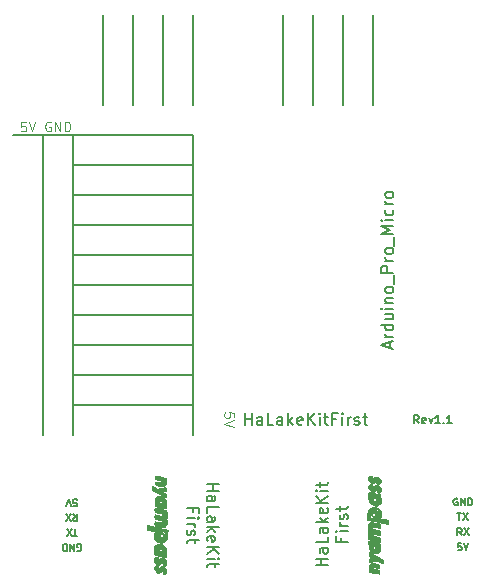
<source format=gto>
G04 #@! TF.GenerationSoftware,KiCad,Pcbnew,no-vcs-found-7452~57~ubuntu16.10.1*
G04 #@! TF.CreationDate,2017-01-19T15:17:35+09:00*
G04 #@! TF.ProjectId,halakekit_first_break,68616C616B656B69745F66697273745F,rev?*
G04 #@! TF.FileFunction,Legend,Top*
G04 #@! TF.FilePolarity,Positive*
%FSLAX46Y46*%
G04 Gerber Fmt 4.6, Leading zero omitted, Abs format (unit mm)*
G04 Created by KiCad (PCBNEW no-vcs-found-7452~57~ubuntu16.10.1) date Thu Jan 19 15:17:35 2017*
%MOMM*%
%LPD*%
G01*
G04 APERTURE LIST*
%ADD10C,0.100000*%
%ADD11C,0.200000*%
%ADD12C,0.150000*%
%ADD13C,0.175000*%
%ADD14C,0.010000*%
%ADD15C,1.924000*%
%ADD16O,2.432000X2.127200*%
%ADD17O,2.127200X2.432000*%
%ADD18O,2.400000X2.100000*%
%ADD19O,2.400000X1.400000*%
%ADD20C,2.100000*%
G04 APERTURE END LIST*
D10*
D11*
X149843380Y-149502380D02*
X148843380Y-149502380D01*
X149319571Y-149502380D02*
X149319571Y-148930952D01*
X149843380Y-148930952D02*
X148843380Y-148930952D01*
X149843380Y-148026190D02*
X149319571Y-148026190D01*
X149224333Y-148073809D01*
X149176714Y-148169047D01*
X149176714Y-148359523D01*
X149224333Y-148454761D01*
X149795761Y-148026190D02*
X149843380Y-148121428D01*
X149843380Y-148359523D01*
X149795761Y-148454761D01*
X149700523Y-148502380D01*
X149605285Y-148502380D01*
X149510047Y-148454761D01*
X149462428Y-148359523D01*
X149462428Y-148121428D01*
X149414809Y-148026190D01*
X149843380Y-147073809D02*
X149843380Y-147550000D01*
X148843380Y-147550000D01*
X149843380Y-146311904D02*
X149319571Y-146311904D01*
X149224333Y-146359523D01*
X149176714Y-146454761D01*
X149176714Y-146645238D01*
X149224333Y-146740476D01*
X149795761Y-146311904D02*
X149843380Y-146407142D01*
X149843380Y-146645238D01*
X149795761Y-146740476D01*
X149700523Y-146788095D01*
X149605285Y-146788095D01*
X149510047Y-146740476D01*
X149462428Y-146645238D01*
X149462428Y-146407142D01*
X149414809Y-146311904D01*
X149843380Y-145835714D02*
X148843380Y-145835714D01*
X149462428Y-145740476D02*
X149843380Y-145454761D01*
X149176714Y-145454761D02*
X149557666Y-145835714D01*
X149795761Y-144645238D02*
X149843380Y-144740476D01*
X149843380Y-144930952D01*
X149795761Y-145026190D01*
X149700523Y-145073809D01*
X149319571Y-145073809D01*
X149224333Y-145026190D01*
X149176714Y-144930952D01*
X149176714Y-144740476D01*
X149224333Y-144645238D01*
X149319571Y-144597619D01*
X149414809Y-144597619D01*
X149510047Y-145073809D01*
X149843380Y-144169047D02*
X148843380Y-144169047D01*
X149843380Y-143597619D02*
X149271952Y-144026190D01*
X148843380Y-143597619D02*
X149414809Y-144169047D01*
X149843380Y-143169047D02*
X149176714Y-143169047D01*
X148843380Y-143169047D02*
X148891000Y-143216666D01*
X148938619Y-143169047D01*
X148891000Y-143121428D01*
X148843380Y-143169047D01*
X148938619Y-143169047D01*
X149176714Y-142835714D02*
X149176714Y-142454761D01*
X148843380Y-142692857D02*
X149700523Y-142692857D01*
X149795761Y-142645238D01*
X149843380Y-142550000D01*
X149843380Y-142454761D01*
X151019571Y-147145238D02*
X151019571Y-147478571D01*
X151543380Y-147478571D02*
X150543380Y-147478571D01*
X150543380Y-147002380D01*
X151543380Y-146621428D02*
X150876714Y-146621428D01*
X150543380Y-146621428D02*
X150591000Y-146669047D01*
X150638619Y-146621428D01*
X150591000Y-146573809D01*
X150543380Y-146621428D01*
X150638619Y-146621428D01*
X151543380Y-146145238D02*
X150876714Y-146145238D01*
X151067190Y-146145238D02*
X150971952Y-146097619D01*
X150924333Y-146050000D01*
X150876714Y-145954761D01*
X150876714Y-145859523D01*
X151495761Y-145573809D02*
X151543380Y-145478571D01*
X151543380Y-145288095D01*
X151495761Y-145192857D01*
X151400523Y-145145238D01*
X151352904Y-145145238D01*
X151257666Y-145192857D01*
X151210047Y-145288095D01*
X151210047Y-145430952D01*
X151162428Y-145526190D01*
X151067190Y-145573809D01*
X151019571Y-145573809D01*
X150924333Y-145526190D01*
X150876714Y-145430952D01*
X150876714Y-145288095D01*
X150924333Y-145192857D01*
X150876714Y-144859523D02*
X150876714Y-144478571D01*
X150543380Y-144716666D02*
X151400523Y-144716666D01*
X151495761Y-144669047D01*
X151543380Y-144573809D01*
X151543380Y-144478571D01*
D12*
X161175714Y-147626428D02*
X160890000Y-147626428D01*
X160861428Y-147912142D01*
X160890000Y-147883571D01*
X160947142Y-147855000D01*
X161090000Y-147855000D01*
X161147142Y-147883571D01*
X161175714Y-147912142D01*
X161204285Y-147969285D01*
X161204285Y-148112142D01*
X161175714Y-148169285D01*
X161147142Y-148197857D01*
X161090000Y-148226428D01*
X160947142Y-148226428D01*
X160890000Y-148197857D01*
X160861428Y-148169285D01*
X161375714Y-147626428D02*
X161575714Y-148226428D01*
X161775714Y-147626428D01*
X160832857Y-143845000D02*
X160775714Y-143816428D01*
X160690000Y-143816428D01*
X160604285Y-143845000D01*
X160547142Y-143902142D01*
X160518571Y-143959285D01*
X160490000Y-144073571D01*
X160490000Y-144159285D01*
X160518571Y-144273571D01*
X160547142Y-144330714D01*
X160604285Y-144387857D01*
X160690000Y-144416428D01*
X160747142Y-144416428D01*
X160832857Y-144387857D01*
X160861428Y-144359285D01*
X160861428Y-144159285D01*
X160747142Y-144159285D01*
X161118571Y-144416428D02*
X161118571Y-143816428D01*
X161461428Y-144416428D01*
X161461428Y-143816428D01*
X161747142Y-144416428D02*
X161747142Y-143816428D01*
X161890000Y-143816428D01*
X161975714Y-143845000D01*
X162032857Y-143902142D01*
X162061428Y-143959285D01*
X162090000Y-144073571D01*
X162090000Y-144159285D01*
X162061428Y-144273571D01*
X162032857Y-144330714D01*
X161975714Y-144387857D01*
X161890000Y-144416428D01*
X161747142Y-144416428D01*
X160832857Y-145086428D02*
X161175714Y-145086428D01*
X161004285Y-145686428D02*
X161004285Y-145086428D01*
X161318571Y-145086428D02*
X161718571Y-145686428D01*
X161718571Y-145086428D02*
X161318571Y-145686428D01*
X161190000Y-146956428D02*
X160990000Y-146670714D01*
X160847142Y-146956428D02*
X160847142Y-146356428D01*
X161075714Y-146356428D01*
X161132857Y-146385000D01*
X161161428Y-146413571D01*
X161190000Y-146470714D01*
X161190000Y-146556428D01*
X161161428Y-146613571D01*
X161132857Y-146642142D01*
X161075714Y-146670714D01*
X160847142Y-146670714D01*
X161390000Y-146356428D02*
X161790000Y-146956428D01*
X161790000Y-146356428D02*
X161390000Y-146956428D01*
X128306500Y-145143571D02*
X128506500Y-145429285D01*
X128649357Y-145143571D02*
X128649357Y-145743571D01*
X128420785Y-145743571D01*
X128363642Y-145715000D01*
X128335071Y-145686428D01*
X128306500Y-145629285D01*
X128306500Y-145543571D01*
X128335071Y-145486428D01*
X128363642Y-145457857D01*
X128420785Y-145429285D01*
X128649357Y-145429285D01*
X128106500Y-145743571D02*
X127706500Y-145143571D01*
X127706500Y-145743571D02*
X128106500Y-145143571D01*
X128663642Y-147013571D02*
X128320785Y-147013571D01*
X128492214Y-146413571D02*
X128492214Y-147013571D01*
X128177928Y-147013571D02*
X127777928Y-146413571D01*
X127777928Y-147013571D02*
X128177928Y-146413571D01*
X128663642Y-148255000D02*
X128720785Y-148283571D01*
X128806500Y-148283571D01*
X128892214Y-148255000D01*
X128949357Y-148197857D01*
X128977928Y-148140714D01*
X129006500Y-148026428D01*
X129006500Y-147940714D01*
X128977928Y-147826428D01*
X128949357Y-147769285D01*
X128892214Y-147712142D01*
X128806500Y-147683571D01*
X128749357Y-147683571D01*
X128663642Y-147712142D01*
X128635071Y-147740714D01*
X128635071Y-147940714D01*
X128749357Y-147940714D01*
X128377928Y-147683571D02*
X128377928Y-148283571D01*
X128035071Y-147683571D01*
X128035071Y-148283571D01*
X127749357Y-147683571D02*
X127749357Y-148283571D01*
X127606500Y-148283571D01*
X127520785Y-148255000D01*
X127463642Y-148197857D01*
X127435071Y-148140714D01*
X127406500Y-148026428D01*
X127406500Y-147940714D01*
X127435071Y-147826428D01*
X127463642Y-147769285D01*
X127520785Y-147712142D01*
X127606500Y-147683571D01*
X127749357Y-147683571D01*
X128320785Y-144473571D02*
X128606500Y-144473571D01*
X128635071Y-144187857D01*
X128606500Y-144216428D01*
X128549357Y-144245000D01*
X128406500Y-144245000D01*
X128349357Y-144216428D01*
X128320785Y-144187857D01*
X128292214Y-144130714D01*
X128292214Y-143987857D01*
X128320785Y-143930714D01*
X128349357Y-143902142D01*
X128406500Y-143873571D01*
X128549357Y-143873571D01*
X128606500Y-143902142D01*
X128635071Y-143930714D01*
X128120785Y-144473571D02*
X127920785Y-143873571D01*
X127720785Y-144473571D01*
D11*
X146050000Y-110490000D02*
X146050000Y-102870000D01*
X148590000Y-110490000D02*
X148590000Y-102870000D01*
X151130000Y-110490000D02*
X151130000Y-102870000D01*
X153670000Y-102870000D02*
X153670000Y-110490000D01*
X138430000Y-102870000D02*
X138430000Y-110490000D01*
X135890000Y-110490000D02*
X135890000Y-102870000D01*
X133350000Y-110490000D02*
X133350000Y-102870000D01*
X130810000Y-110490000D02*
X130810000Y-102870000D01*
X128270000Y-115570000D02*
X138430000Y-115570000D01*
X128270000Y-118110000D02*
X138430000Y-118110000D01*
X128270000Y-120650000D02*
X138430000Y-120650000D01*
X128270000Y-123190000D02*
X138430000Y-123190000D01*
X128270000Y-125730000D02*
X138430000Y-125730000D01*
X128270000Y-128270000D02*
X138430000Y-128270000D01*
X128270000Y-130810000D02*
X138430000Y-130810000D01*
X128270000Y-133350000D02*
X138430000Y-133350000D01*
X128270000Y-135890000D02*
X138430000Y-135890000D01*
X128270000Y-113030000D02*
X128270000Y-138430000D01*
X123190000Y-113030000D02*
X138430000Y-113030000D01*
X125730000Y-138430000D02*
X125730000Y-113030000D01*
X138430000Y-113030000D02*
X138430000Y-138430000D01*
X139653119Y-142597619D02*
X140653119Y-142597619D01*
X140176928Y-142597619D02*
X140176928Y-143169047D01*
X139653119Y-143169047D02*
X140653119Y-143169047D01*
X139653119Y-144073809D02*
X140176928Y-144073809D01*
X140272166Y-144026190D01*
X140319785Y-143930952D01*
X140319785Y-143740476D01*
X140272166Y-143645238D01*
X139700738Y-144073809D02*
X139653119Y-143978571D01*
X139653119Y-143740476D01*
X139700738Y-143645238D01*
X139795976Y-143597619D01*
X139891214Y-143597619D01*
X139986452Y-143645238D01*
X140034071Y-143740476D01*
X140034071Y-143978571D01*
X140081690Y-144073809D01*
X139653119Y-145026190D02*
X139653119Y-144550000D01*
X140653119Y-144550000D01*
X139653119Y-145788095D02*
X140176928Y-145788095D01*
X140272166Y-145740476D01*
X140319785Y-145645238D01*
X140319785Y-145454761D01*
X140272166Y-145359523D01*
X139700738Y-145788095D02*
X139653119Y-145692857D01*
X139653119Y-145454761D01*
X139700738Y-145359523D01*
X139795976Y-145311904D01*
X139891214Y-145311904D01*
X139986452Y-145359523D01*
X140034071Y-145454761D01*
X140034071Y-145692857D01*
X140081690Y-145788095D01*
X139653119Y-146264285D02*
X140653119Y-146264285D01*
X140034071Y-146359523D02*
X139653119Y-146645238D01*
X140319785Y-146645238D02*
X139938833Y-146264285D01*
X139700738Y-147454761D02*
X139653119Y-147359523D01*
X139653119Y-147169047D01*
X139700738Y-147073809D01*
X139795976Y-147026190D01*
X140176928Y-147026190D01*
X140272166Y-147073809D01*
X140319785Y-147169047D01*
X140319785Y-147359523D01*
X140272166Y-147454761D01*
X140176928Y-147502380D01*
X140081690Y-147502380D01*
X139986452Y-147026190D01*
X139653119Y-147930952D02*
X140653119Y-147930952D01*
X139653119Y-148502380D02*
X140224547Y-148073809D01*
X140653119Y-148502380D02*
X140081690Y-147930952D01*
X139653119Y-148930952D02*
X140319785Y-148930952D01*
X140653119Y-148930952D02*
X140605500Y-148883333D01*
X140557880Y-148930952D01*
X140605500Y-148978571D01*
X140653119Y-148930952D01*
X140557880Y-148930952D01*
X140319785Y-149264285D02*
X140319785Y-149645238D01*
X140653119Y-149407142D02*
X139795976Y-149407142D01*
X139700738Y-149454761D01*
X139653119Y-149550000D01*
X139653119Y-149645238D01*
X138476928Y-144954761D02*
X138476928Y-144621428D01*
X137953119Y-144621428D02*
X138953119Y-144621428D01*
X138953119Y-145097619D01*
X137953119Y-145478571D02*
X138619785Y-145478571D01*
X138953119Y-145478571D02*
X138905500Y-145430952D01*
X138857880Y-145478571D01*
X138905500Y-145526190D01*
X138953119Y-145478571D01*
X138857880Y-145478571D01*
X137953119Y-145954761D02*
X138619785Y-145954761D01*
X138429309Y-145954761D02*
X138524547Y-146002380D01*
X138572166Y-146050000D01*
X138619785Y-146145238D01*
X138619785Y-146240476D01*
X138000738Y-146526190D02*
X137953119Y-146621428D01*
X137953119Y-146811904D01*
X138000738Y-146907142D01*
X138095976Y-146954761D01*
X138143595Y-146954761D01*
X138238833Y-146907142D01*
X138286452Y-146811904D01*
X138286452Y-146669047D01*
X138334071Y-146573809D01*
X138429309Y-146526190D01*
X138476928Y-146526190D01*
X138572166Y-146573809D01*
X138619785Y-146669047D01*
X138619785Y-146811904D01*
X138572166Y-146907142D01*
X138619785Y-147240476D02*
X138619785Y-147621428D01*
X138953119Y-147383333D02*
X138095976Y-147383333D01*
X138000738Y-147430952D01*
X137953119Y-147526190D01*
X137953119Y-147621428D01*
D13*
X157566666Y-137476666D02*
X157333333Y-137143333D01*
X157166666Y-137476666D02*
X157166666Y-136776666D01*
X157433333Y-136776666D01*
X157500000Y-136810000D01*
X157533333Y-136843333D01*
X157566666Y-136910000D01*
X157566666Y-137010000D01*
X157533333Y-137076666D01*
X157500000Y-137110000D01*
X157433333Y-137143333D01*
X157166666Y-137143333D01*
X158133333Y-137443333D02*
X158066666Y-137476666D01*
X157933333Y-137476666D01*
X157866666Y-137443333D01*
X157833333Y-137376666D01*
X157833333Y-137110000D01*
X157866666Y-137043333D01*
X157933333Y-137010000D01*
X158066666Y-137010000D01*
X158133333Y-137043333D01*
X158166666Y-137110000D01*
X158166666Y-137176666D01*
X157833333Y-137243333D01*
X158400000Y-137010000D02*
X158566666Y-137476666D01*
X158733333Y-137010000D01*
X159366666Y-137476666D02*
X158966666Y-137476666D01*
X159166666Y-137476666D02*
X159166666Y-136776666D01*
X159100000Y-136876666D01*
X159033333Y-136943333D01*
X158966666Y-136976666D01*
X159666666Y-137410000D02*
X159700000Y-137443333D01*
X159666666Y-137476666D01*
X159633333Y-137443333D01*
X159666666Y-137410000D01*
X159666666Y-137476666D01*
X160366666Y-137476666D02*
X159966666Y-137476666D01*
X160166666Y-137476666D02*
X160166666Y-136776666D01*
X160100000Y-136876666D01*
X160033333Y-136943333D01*
X159966666Y-136976666D01*
D11*
X142835952Y-137612380D02*
X142835952Y-136612380D01*
X142835952Y-137088571D02*
X143407380Y-137088571D01*
X143407380Y-137612380D02*
X143407380Y-136612380D01*
X144312142Y-137612380D02*
X144312142Y-137088571D01*
X144264523Y-136993333D01*
X144169285Y-136945714D01*
X143978809Y-136945714D01*
X143883571Y-136993333D01*
X144312142Y-137564761D02*
X144216904Y-137612380D01*
X143978809Y-137612380D01*
X143883571Y-137564761D01*
X143835952Y-137469523D01*
X143835952Y-137374285D01*
X143883571Y-137279047D01*
X143978809Y-137231428D01*
X144216904Y-137231428D01*
X144312142Y-137183809D01*
X145264523Y-137612380D02*
X144788333Y-137612380D01*
X144788333Y-136612380D01*
X146026428Y-137612380D02*
X146026428Y-137088571D01*
X145978809Y-136993333D01*
X145883571Y-136945714D01*
X145693095Y-136945714D01*
X145597857Y-136993333D01*
X146026428Y-137564761D02*
X145931190Y-137612380D01*
X145693095Y-137612380D01*
X145597857Y-137564761D01*
X145550238Y-137469523D01*
X145550238Y-137374285D01*
X145597857Y-137279047D01*
X145693095Y-137231428D01*
X145931190Y-137231428D01*
X146026428Y-137183809D01*
X146502619Y-137612380D02*
X146502619Y-136612380D01*
X146597857Y-137231428D02*
X146883571Y-137612380D01*
X146883571Y-136945714D02*
X146502619Y-137326666D01*
X147693095Y-137564761D02*
X147597857Y-137612380D01*
X147407380Y-137612380D01*
X147312142Y-137564761D01*
X147264523Y-137469523D01*
X147264523Y-137088571D01*
X147312142Y-136993333D01*
X147407380Y-136945714D01*
X147597857Y-136945714D01*
X147693095Y-136993333D01*
X147740714Y-137088571D01*
X147740714Y-137183809D01*
X147264523Y-137279047D01*
X148169285Y-137612380D02*
X148169285Y-136612380D01*
X148740714Y-137612380D02*
X148312142Y-137040952D01*
X148740714Y-136612380D02*
X148169285Y-137183809D01*
X149169285Y-137612380D02*
X149169285Y-136945714D01*
X149169285Y-136612380D02*
X149121666Y-136660000D01*
X149169285Y-136707619D01*
X149216904Y-136660000D01*
X149169285Y-136612380D01*
X149169285Y-136707619D01*
X149502619Y-136945714D02*
X149883571Y-136945714D01*
X149645476Y-136612380D02*
X149645476Y-137469523D01*
X149693095Y-137564761D01*
X149788333Y-137612380D01*
X149883571Y-137612380D01*
X150550238Y-137088571D02*
X150216904Y-137088571D01*
X150216904Y-137612380D02*
X150216904Y-136612380D01*
X150693095Y-136612380D01*
X151074047Y-137612380D02*
X151074047Y-136945714D01*
X151074047Y-136612380D02*
X151026428Y-136660000D01*
X151074047Y-136707619D01*
X151121666Y-136660000D01*
X151074047Y-136612380D01*
X151074047Y-136707619D01*
X151550238Y-137612380D02*
X151550238Y-136945714D01*
X151550238Y-137136190D02*
X151597857Y-137040952D01*
X151645476Y-136993333D01*
X151740714Y-136945714D01*
X151835952Y-136945714D01*
X152121666Y-137564761D02*
X152216904Y-137612380D01*
X152407380Y-137612380D01*
X152502619Y-137564761D01*
X152550238Y-137469523D01*
X152550238Y-137421904D01*
X152502619Y-137326666D01*
X152407380Y-137279047D01*
X152264523Y-137279047D01*
X152169285Y-137231428D01*
X152121666Y-137136190D01*
X152121666Y-137088571D01*
X152169285Y-136993333D01*
X152264523Y-136945714D01*
X152407380Y-136945714D01*
X152502619Y-136993333D01*
X152835952Y-136945714D02*
X153216904Y-136945714D01*
X152978809Y-136612380D02*
X152978809Y-137469523D01*
X153026428Y-137564761D01*
X153121666Y-137612380D01*
X153216904Y-137612380D01*
D10*
X141916095Y-136956819D02*
X141916095Y-136575866D01*
X141535142Y-136537771D01*
X141573238Y-136575866D01*
X141611333Y-136652057D01*
X141611333Y-136842533D01*
X141573238Y-136918723D01*
X141535142Y-136956819D01*
X141458952Y-136994914D01*
X141268476Y-136994914D01*
X141192285Y-136956819D01*
X141154190Y-136918723D01*
X141116095Y-136842533D01*
X141116095Y-136652057D01*
X141154190Y-136575866D01*
X141192285Y-136537771D01*
X141916095Y-137223485D02*
X141116095Y-137490152D01*
X141916095Y-137756819D01*
X124307619Y-136721904D02*
X123926666Y-136721904D01*
X123888571Y-137102857D01*
X123926666Y-137064761D01*
X124002857Y-137026666D01*
X124193333Y-137026666D01*
X124269523Y-137064761D01*
X124307619Y-137102857D01*
X124345714Y-137179047D01*
X124345714Y-137369523D01*
X124307619Y-137445714D01*
X124269523Y-137483809D01*
X124193333Y-137521904D01*
X124002857Y-137521904D01*
X123926666Y-137483809D01*
X123888571Y-137445714D01*
X124574285Y-136721904D02*
X124840952Y-137521904D01*
X125107619Y-136721904D01*
X126390476Y-111995000D02*
X126314285Y-111956904D01*
X126200000Y-111956904D01*
X126085714Y-111995000D01*
X126009523Y-112071190D01*
X125971428Y-112147380D01*
X125933333Y-112299761D01*
X125933333Y-112414047D01*
X125971428Y-112566428D01*
X126009523Y-112642619D01*
X126085714Y-112718809D01*
X126200000Y-112756904D01*
X126276190Y-112756904D01*
X126390476Y-112718809D01*
X126428571Y-112680714D01*
X126428571Y-112414047D01*
X126276190Y-112414047D01*
X126771428Y-112756904D02*
X126771428Y-111956904D01*
X127228571Y-112756904D01*
X127228571Y-111956904D01*
X127609523Y-112756904D02*
X127609523Y-111956904D01*
X127800000Y-111956904D01*
X127914285Y-111995000D01*
X127990476Y-112071190D01*
X128028571Y-112147380D01*
X128066666Y-112299761D01*
X128066666Y-112414047D01*
X128028571Y-112566428D01*
X127990476Y-112642619D01*
X127914285Y-112718809D01*
X127800000Y-112756904D01*
X127609523Y-112756904D01*
X124307619Y-111956904D02*
X123926666Y-111956904D01*
X123888571Y-112337857D01*
X123926666Y-112299761D01*
X124002857Y-112261666D01*
X124193333Y-112261666D01*
X124269523Y-112299761D01*
X124307619Y-112337857D01*
X124345714Y-112414047D01*
X124345714Y-112604523D01*
X124307619Y-112680714D01*
X124269523Y-112718809D01*
X124193333Y-112756904D01*
X124002857Y-112756904D01*
X123926666Y-112718809D01*
X123888571Y-112680714D01*
X124574285Y-111956904D02*
X124840952Y-112756904D01*
X125107619Y-111956904D01*
D14*
G36*
X153366520Y-149483072D02*
X153412146Y-149395234D01*
X153480900Y-149335547D01*
X153555170Y-149306846D01*
X153661632Y-149302209D01*
X153810833Y-149322571D01*
X154013322Y-149368867D01*
X154093054Y-149389839D01*
X154183043Y-149419824D01*
X154222574Y-149461897D01*
X154232257Y-149542862D01*
X154232428Y-149571113D01*
X154230615Y-149646940D01*
X154216038Y-149691063D01*
X154174991Y-149707465D01*
X154093767Y-149700127D01*
X153958659Y-149673034D01*
X153914363Y-149663534D01*
X153794758Y-149642535D01*
X153706047Y-149635672D01*
X153669316Y-149643391D01*
X153663925Y-149707585D01*
X153718621Y-149763929D01*
X153821064Y-149800047D01*
X153826454Y-149800974D01*
X153958327Y-149827254D01*
X154092309Y-149860255D01*
X154096357Y-149861388D01*
X154184521Y-149892327D01*
X154223053Y-149935827D01*
X154232302Y-150019067D01*
X154232428Y-150043135D01*
X154221735Y-150144614D01*
X154191738Y-150186331D01*
X154187071Y-150186851D01*
X154134573Y-150179988D01*
X154027823Y-150161202D01*
X153883575Y-150133563D01*
X153755455Y-150107762D01*
X153369195Y-150028393D01*
X153352880Y-149789982D01*
X153348254Y-149609365D01*
X153366520Y-149483072D01*
X153366520Y-149483072D01*
G37*
X153366520Y-149483072D02*
X153412146Y-149395234D01*
X153480900Y-149335547D01*
X153555170Y-149306846D01*
X153661632Y-149302209D01*
X153810833Y-149322571D01*
X154013322Y-149368867D01*
X154093054Y-149389839D01*
X154183043Y-149419824D01*
X154222574Y-149461897D01*
X154232257Y-149542862D01*
X154232428Y-149571113D01*
X154230615Y-149646940D01*
X154216038Y-149691063D01*
X154174991Y-149707465D01*
X154093767Y-149700127D01*
X153958659Y-149673034D01*
X153914363Y-149663534D01*
X153794758Y-149642535D01*
X153706047Y-149635672D01*
X153669316Y-149643391D01*
X153663925Y-149707585D01*
X153718621Y-149763929D01*
X153821064Y-149800047D01*
X153826454Y-149800974D01*
X153958327Y-149827254D01*
X154092309Y-149860255D01*
X154096357Y-149861388D01*
X154184521Y-149892327D01*
X154223053Y-149935827D01*
X154232302Y-150019067D01*
X154232428Y-150043135D01*
X154221735Y-150144614D01*
X154191738Y-150186331D01*
X154187071Y-150186851D01*
X154134573Y-150179988D01*
X154027823Y-150161202D01*
X153883575Y-150133563D01*
X153755455Y-150107762D01*
X153369195Y-150028393D01*
X153352880Y-149789982D01*
X153348254Y-149609365D01*
X153366520Y-149483072D01*
G36*
X153297377Y-146040751D02*
X153379607Y-145915858D01*
X153407447Y-145892230D01*
X153463727Y-145854920D01*
X153519229Y-145837076D01*
X153595251Y-145837000D01*
X153713093Y-145852989D01*
X153773681Y-145862993D01*
X153926740Y-145890680D01*
X154070454Y-145919988D01*
X154172834Y-145944347D01*
X154251465Y-145970032D01*
X154290418Y-146005334D01*
X154303620Y-146073035D01*
X154305000Y-146160563D01*
X154300056Y-146263626D01*
X154287429Y-146328865D01*
X154277785Y-146340751D01*
X154231386Y-146333234D01*
X154134398Y-146312985D01*
X154006804Y-146284200D01*
X153991943Y-146280735D01*
X153818445Y-146246493D01*
X153705662Y-146240774D01*
X153647164Y-146264569D01*
X153636521Y-146318870D01*
X153639960Y-146334998D01*
X153668982Y-146379098D01*
X153739074Y-146416729D01*
X153863566Y-146454238D01*
X153918358Y-146467554D01*
X154055152Y-146499917D01*
X154169986Y-146527645D01*
X154239231Y-146545028D01*
X154241500Y-146545639D01*
X154281540Y-146573785D01*
X154300773Y-146641475D01*
X154305000Y-146741874D01*
X154298576Y-146844567D01*
X154282174Y-146909306D01*
X154269745Y-146920858D01*
X154219457Y-146913503D01*
X154118436Y-146894042D01*
X153986729Y-146866380D01*
X153959956Y-146860533D01*
X153802009Y-146830182D01*
X153702129Y-146822399D01*
X153649641Y-146836485D01*
X153645678Y-146839951D01*
X153616875Y-146899623D01*
X153656395Y-146954481D01*
X153765728Y-147005682D01*
X153912016Y-147046572D01*
X154050261Y-147079301D01*
X154166551Y-147107376D01*
X154237701Y-147125193D01*
X154241500Y-147126211D01*
X154281540Y-147154356D01*
X154300773Y-147222046D01*
X154305000Y-147322446D01*
X154296118Y-147445685D01*
X154269472Y-147498573D01*
X154259643Y-147500802D01*
X154204119Y-147492543D01*
X154098138Y-147471024D01*
X153957980Y-147440101D01*
X153799926Y-147403628D01*
X153640255Y-147365461D01*
X153495247Y-147329454D01*
X153381184Y-147299463D01*
X153314345Y-147279342D01*
X153303979Y-147274504D01*
X153289437Y-147225632D01*
X153278513Y-147125595D01*
X153271734Y-146995733D01*
X153269626Y-146857387D01*
X153272717Y-146731897D01*
X153281532Y-146640604D01*
X153287724Y-146615783D01*
X153300852Y-146509341D01*
X153282332Y-146382891D01*
X153263456Y-146202294D01*
X153297377Y-146040751D01*
X153297377Y-146040751D01*
G37*
X153297377Y-146040751D02*
X153379607Y-145915858D01*
X153407447Y-145892230D01*
X153463727Y-145854920D01*
X153519229Y-145837076D01*
X153595251Y-145837000D01*
X153713093Y-145852989D01*
X153773681Y-145862993D01*
X153926740Y-145890680D01*
X154070454Y-145919988D01*
X154172834Y-145944347D01*
X154251465Y-145970032D01*
X154290418Y-146005334D01*
X154303620Y-146073035D01*
X154305000Y-146160563D01*
X154300056Y-146263626D01*
X154287429Y-146328865D01*
X154277785Y-146340751D01*
X154231386Y-146333234D01*
X154134398Y-146312985D01*
X154006804Y-146284200D01*
X153991943Y-146280735D01*
X153818445Y-146246493D01*
X153705662Y-146240774D01*
X153647164Y-146264569D01*
X153636521Y-146318870D01*
X153639960Y-146334998D01*
X153668982Y-146379098D01*
X153739074Y-146416729D01*
X153863566Y-146454238D01*
X153918358Y-146467554D01*
X154055152Y-146499917D01*
X154169986Y-146527645D01*
X154239231Y-146545028D01*
X154241500Y-146545639D01*
X154281540Y-146573785D01*
X154300773Y-146641475D01*
X154305000Y-146741874D01*
X154298576Y-146844567D01*
X154282174Y-146909306D01*
X154269745Y-146920858D01*
X154219457Y-146913503D01*
X154118436Y-146894042D01*
X153986729Y-146866380D01*
X153959956Y-146860533D01*
X153802009Y-146830182D01*
X153702129Y-146822399D01*
X153649641Y-146836485D01*
X153645678Y-146839951D01*
X153616875Y-146899623D01*
X153656395Y-146954481D01*
X153765728Y-147005682D01*
X153912016Y-147046572D01*
X154050261Y-147079301D01*
X154166551Y-147107376D01*
X154237701Y-147125193D01*
X154241500Y-147126211D01*
X154281540Y-147154356D01*
X154300773Y-147222046D01*
X154305000Y-147322446D01*
X154296118Y-147445685D01*
X154269472Y-147498573D01*
X154259643Y-147500802D01*
X154204119Y-147492543D01*
X154098138Y-147471024D01*
X153957980Y-147440101D01*
X153799926Y-147403628D01*
X153640255Y-147365461D01*
X153495247Y-147329454D01*
X153381184Y-147299463D01*
X153314345Y-147279342D01*
X153303979Y-147274504D01*
X153289437Y-147225632D01*
X153278513Y-147125595D01*
X153271734Y-146995733D01*
X153269626Y-146857387D01*
X153272717Y-146731897D01*
X153281532Y-146640604D01*
X153287724Y-146615783D01*
X153300852Y-146509341D01*
X153282332Y-146382891D01*
X153263456Y-146202294D01*
X153297377Y-146040751D01*
G36*
X153290077Y-147495751D02*
X153300943Y-147456833D01*
X153333049Y-147437736D01*
X153397848Y-147437095D01*
X153506792Y-147453542D01*
X153671331Y-147485713D01*
X153747648Y-147501136D01*
X153952594Y-147542312D01*
X154096787Y-147572489D01*
X154190341Y-147596304D01*
X154243371Y-147618397D01*
X154265989Y-147643403D01*
X154268311Y-147675960D01*
X154260450Y-147720707D01*
X154257951Y-147735124D01*
X154252164Y-147861403D01*
X154265327Y-147978244D01*
X154275436Y-148101771D01*
X154261955Y-148215789D01*
X154192756Y-148356047D01*
X154075953Y-148443387D01*
X153917104Y-148474289D01*
X153857797Y-148471636D01*
X153788091Y-148454870D01*
X153788091Y-148116996D01*
X153858603Y-148097834D01*
X153892981Y-148062791D01*
X153918324Y-147980978D01*
X153889406Y-147908674D01*
X153820327Y-147871015D01*
X153785473Y-147871156D01*
X153726691Y-147897746D01*
X153706818Y-147967941D01*
X153706285Y-147990789D01*
X153730264Y-148078594D01*
X153788091Y-148116996D01*
X153788091Y-148454870D01*
X153673716Y-148427360D01*
X153521689Y-148327514D01*
X153403696Y-148187521D01*
X153350896Y-148093017D01*
X153330697Y-147995053D01*
X153334110Y-147873357D01*
X153337471Y-147767189D01*
X153329761Y-147698033D01*
X153319199Y-147682857D01*
X153299233Y-147650941D01*
X153289259Y-147572467D01*
X153289000Y-147555857D01*
X153290077Y-147495751D01*
X153290077Y-147495751D01*
G37*
X153290077Y-147495751D02*
X153300943Y-147456833D01*
X153333049Y-147437736D01*
X153397848Y-147437095D01*
X153506792Y-147453542D01*
X153671331Y-147485713D01*
X153747648Y-147501136D01*
X153952594Y-147542312D01*
X154096787Y-147572489D01*
X154190341Y-147596304D01*
X154243371Y-147618397D01*
X154265989Y-147643403D01*
X154268311Y-147675960D01*
X154260450Y-147720707D01*
X154257951Y-147735124D01*
X154252164Y-147861403D01*
X154265327Y-147978244D01*
X154275436Y-148101771D01*
X154261955Y-148215789D01*
X154192756Y-148356047D01*
X154075953Y-148443387D01*
X153917104Y-148474289D01*
X153857797Y-148471636D01*
X153788091Y-148454870D01*
X153788091Y-148116996D01*
X153858603Y-148097834D01*
X153892981Y-148062791D01*
X153918324Y-147980978D01*
X153889406Y-147908674D01*
X153820327Y-147871015D01*
X153785473Y-147871156D01*
X153726691Y-147897746D01*
X153706818Y-147967941D01*
X153706285Y-147990789D01*
X153730264Y-148078594D01*
X153788091Y-148116996D01*
X153788091Y-148454870D01*
X153673716Y-148427360D01*
X153521689Y-148327514D01*
X153403696Y-148187521D01*
X153350896Y-148093017D01*
X153330697Y-147995053D01*
X153334110Y-147873357D01*
X153337471Y-147767189D01*
X153329761Y-147698033D01*
X153319199Y-147682857D01*
X153299233Y-147650941D01*
X153289259Y-147572467D01*
X153289000Y-147555857D01*
X153290077Y-147495751D01*
G36*
X153308134Y-142063748D02*
X153352165Y-141960549D01*
X153431964Y-141895653D01*
X153477709Y-141884003D01*
X153543025Y-141884997D01*
X153578427Y-141920471D01*
X153602345Y-142009148D01*
X153602716Y-142011003D01*
X153618687Y-142109381D01*
X153623313Y-142177653D01*
X153622389Y-142185572D01*
X153635720Y-142184749D01*
X153678643Y-142137261D01*
X153692705Y-142119238D01*
X153806408Y-142010127D01*
X153930215Y-141971662D01*
X154064786Y-141999984D01*
X154208160Y-142089139D01*
X154299843Y-142207390D01*
X154334707Y-142340892D01*
X154307623Y-142475796D01*
X154266080Y-142543535D01*
X154200386Y-142599897D01*
X154121495Y-142634438D01*
X154052386Y-142641520D01*
X154016035Y-142615504D01*
X154014714Y-142605220D01*
X154002779Y-142548550D01*
X153996571Y-142529958D01*
X153996571Y-142348858D01*
X154014714Y-142330715D01*
X153996571Y-142312572D01*
X153978428Y-142330715D01*
X153996571Y-142348858D01*
X153996571Y-142529958D01*
X153979079Y-142477569D01*
X153943444Y-142383842D01*
X153866009Y-142461277D01*
X153766139Y-142514374D01*
X153637868Y-142520362D01*
X153505923Y-142481571D01*
X153412989Y-142418600D01*
X153336311Y-142311231D01*
X153302105Y-142186795D01*
X153308134Y-142063748D01*
X153308134Y-142063748D01*
G37*
X153308134Y-142063748D02*
X153352165Y-141960549D01*
X153431964Y-141895653D01*
X153477709Y-141884003D01*
X153543025Y-141884997D01*
X153578427Y-141920471D01*
X153602345Y-142009148D01*
X153602716Y-142011003D01*
X153618687Y-142109381D01*
X153623313Y-142177653D01*
X153622389Y-142185572D01*
X153635720Y-142184749D01*
X153678643Y-142137261D01*
X153692705Y-142119238D01*
X153806408Y-142010127D01*
X153930215Y-141971662D01*
X154064786Y-141999984D01*
X154208160Y-142089139D01*
X154299843Y-142207390D01*
X154334707Y-142340892D01*
X154307623Y-142475796D01*
X154266080Y-142543535D01*
X154200386Y-142599897D01*
X154121495Y-142634438D01*
X154052386Y-142641520D01*
X154016035Y-142615504D01*
X154014714Y-142605220D01*
X154002779Y-142548550D01*
X153996571Y-142529958D01*
X153996571Y-142348858D01*
X154014714Y-142330715D01*
X153996571Y-142312572D01*
X153978428Y-142330715D01*
X153996571Y-142348858D01*
X153996571Y-142529958D01*
X153979079Y-142477569D01*
X153943444Y-142383842D01*
X153866009Y-142461277D01*
X153766139Y-142514374D01*
X153637868Y-142520362D01*
X153505923Y-142481571D01*
X153412989Y-142418600D01*
X153336311Y-142311231D01*
X153302105Y-142186795D01*
X153308134Y-142063748D01*
G36*
X153304108Y-143389166D02*
X153313690Y-143311289D01*
X153323367Y-143292286D01*
X153369360Y-143299553D01*
X153469385Y-143318974D01*
X153606627Y-143346984D01*
X153764269Y-143380015D01*
X153925497Y-143414502D01*
X154073493Y-143446876D01*
X154191442Y-143473571D01*
X154262528Y-143491021D01*
X154268714Y-143492803D01*
X154295493Y-143516704D01*
X154313469Y-143577036D01*
X154324683Y-143685748D01*
X154331176Y-143854791D01*
X154331274Y-143858943D01*
X154339405Y-144208567D01*
X154216974Y-144330998D01*
X154119487Y-144413026D01*
X154026472Y-144447962D01*
X153954843Y-144452632D01*
X153869939Y-144437865D01*
X153869939Y-144036026D01*
X153927099Y-143995704D01*
X153935181Y-143915100D01*
X153914467Y-143845391D01*
X153858741Y-143820381D01*
X153815143Y-143818429D01*
X153731911Y-143832078D01*
X153697798Y-143881323D01*
X153695463Y-143894176D01*
X153712935Y-143981968D01*
X153778856Y-144035156D01*
X153869939Y-144036026D01*
X153869939Y-144437865D01*
X153758298Y-144418446D01*
X153571702Y-144326998D01*
X153421676Y-144191655D01*
X153412959Y-144180525D01*
X153365877Y-144113795D01*
X153335153Y-144049824D01*
X153316754Y-143970293D01*
X153306646Y-143856886D01*
X153300797Y-143691286D01*
X153300227Y-143668575D01*
X153299311Y-143513283D01*
X153304108Y-143389166D01*
X153304108Y-143389166D01*
G37*
X153304108Y-143389166D02*
X153313690Y-143311289D01*
X153323367Y-143292286D01*
X153369360Y-143299553D01*
X153469385Y-143318974D01*
X153606627Y-143346984D01*
X153764269Y-143380015D01*
X153925497Y-143414502D01*
X154073493Y-143446876D01*
X154191442Y-143473571D01*
X154262528Y-143491021D01*
X154268714Y-143492803D01*
X154295493Y-143516704D01*
X154313469Y-143577036D01*
X154324683Y-143685748D01*
X154331176Y-143854791D01*
X154331274Y-143858943D01*
X154339405Y-144208567D01*
X154216974Y-144330998D01*
X154119487Y-144413026D01*
X154026472Y-144447962D01*
X153954843Y-144452632D01*
X153869939Y-144437865D01*
X153869939Y-144036026D01*
X153927099Y-143995704D01*
X153935181Y-143915100D01*
X153914467Y-143845391D01*
X153858741Y-143820381D01*
X153815143Y-143818429D01*
X153731911Y-143832078D01*
X153697798Y-143881323D01*
X153695463Y-143894176D01*
X153712935Y-143981968D01*
X153778856Y-144035156D01*
X153869939Y-144036026D01*
X153869939Y-144437865D01*
X153758298Y-144418446D01*
X153571702Y-144326998D01*
X153421676Y-144191655D01*
X153412959Y-144180525D01*
X153365877Y-144113795D01*
X153335153Y-144049824D01*
X153316754Y-143970293D01*
X153306646Y-143856886D01*
X153300797Y-143691286D01*
X153300227Y-143668575D01*
X153299311Y-143513283D01*
X153304108Y-143389166D01*
G36*
X153327843Y-142720185D02*
X153364205Y-142662180D01*
X153449103Y-142581280D01*
X153520672Y-142571659D01*
X153579177Y-142633386D01*
X153614979Y-142727741D01*
X153660103Y-142888911D01*
X153749920Y-142782170D01*
X153852319Y-142696803D01*
X153947170Y-142675429D01*
X154099352Y-142703110D01*
X154225346Y-142776855D01*
X154317220Y-142882711D01*
X154367044Y-143006728D01*
X154366884Y-143134956D01*
X154308811Y-143253444D01*
X154288506Y-143275793D01*
X154188384Y-143350940D01*
X154107162Y-143356207D01*
X154043482Y-143291397D01*
X154019433Y-143237245D01*
X153996571Y-143174022D01*
X153996571Y-143074572D01*
X154014714Y-143056429D01*
X153996571Y-143038286D01*
X153978428Y-143056429D01*
X153996571Y-143074572D01*
X153996571Y-143174022D01*
X153973288Y-143109633D01*
X153880250Y-143182817D01*
X153779921Y-143241280D01*
X153675455Y-143250196D01*
X153542271Y-143211064D01*
X153526101Y-143204430D01*
X153400213Y-143118540D01*
X153321476Y-142996707D01*
X153295487Y-142857675D01*
X153327843Y-142720185D01*
X153327843Y-142720185D01*
G37*
X153327843Y-142720185D02*
X153364205Y-142662180D01*
X153449103Y-142581280D01*
X153520672Y-142571659D01*
X153579177Y-142633386D01*
X153614979Y-142727741D01*
X153660103Y-142888911D01*
X153749920Y-142782170D01*
X153852319Y-142696803D01*
X153947170Y-142675429D01*
X154099352Y-142703110D01*
X154225346Y-142776855D01*
X154317220Y-142882711D01*
X154367044Y-143006728D01*
X154366884Y-143134956D01*
X154308811Y-143253444D01*
X154288506Y-143275793D01*
X154188384Y-143350940D01*
X154107162Y-143356207D01*
X154043482Y-143291397D01*
X154019433Y-143237245D01*
X153996571Y-143174022D01*
X153996571Y-143074572D01*
X154014714Y-143056429D01*
X153996571Y-143038286D01*
X153978428Y-143056429D01*
X153996571Y-143074572D01*
X153996571Y-143174022D01*
X153973288Y-143109633D01*
X153880250Y-143182817D01*
X153779921Y-143241280D01*
X153675455Y-143250196D01*
X153542271Y-143211064D01*
X153526101Y-143204430D01*
X153400213Y-143118540D01*
X153321476Y-142996707D01*
X153295487Y-142857675D01*
X153327843Y-142720185D01*
G36*
X153326784Y-148450713D02*
X153336542Y-148407733D01*
X153362453Y-148387652D01*
X153412410Y-148392643D01*
X153494306Y-148424878D01*
X153616035Y-148486530D01*
X153785489Y-148579772D01*
X153997700Y-148699496D01*
X154522714Y-148996625D01*
X154522714Y-149156170D01*
X154518916Y-149252282D01*
X154509332Y-149309116D01*
X154504021Y-149315715D01*
X154465106Y-149299212D01*
X154382075Y-149256164D01*
X154284141Y-149202171D01*
X154082953Y-149088628D01*
X153719305Y-149161148D01*
X153544285Y-149194587D01*
X153428854Y-149208914D01*
X153361587Y-149199962D01*
X153331057Y-149163563D01*
X153325837Y-149095550D01*
X153331800Y-149019812D01*
X153351234Y-148932320D01*
X153398295Y-148893837D01*
X153434142Y-148886285D01*
X153528047Y-148862677D01*
X153551005Y-148825417D01*
X153503248Y-148772860D01*
X153454595Y-148741314D01*
X153370251Y-148682465D01*
X153333465Y-148618795D01*
X153325287Y-148517057D01*
X153325285Y-148514421D01*
X153326784Y-148450713D01*
X153326784Y-148450713D01*
G37*
X153326784Y-148450713D02*
X153336542Y-148407733D01*
X153362453Y-148387652D01*
X153412410Y-148392643D01*
X153494306Y-148424878D01*
X153616035Y-148486530D01*
X153785489Y-148579772D01*
X153997700Y-148699496D01*
X154522714Y-148996625D01*
X154522714Y-149156170D01*
X154518916Y-149252282D01*
X154509332Y-149309116D01*
X154504021Y-149315715D01*
X154465106Y-149299212D01*
X154382075Y-149256164D01*
X154284141Y-149202171D01*
X154082953Y-149088628D01*
X153719305Y-149161148D01*
X153544285Y-149194587D01*
X153428854Y-149208914D01*
X153361587Y-149199962D01*
X153331057Y-149163563D01*
X153325837Y-149095550D01*
X153331800Y-149019812D01*
X153351234Y-148932320D01*
X153398295Y-148893837D01*
X153434142Y-148886285D01*
X153528047Y-148862677D01*
X153551005Y-148825417D01*
X153503248Y-148772860D01*
X153454595Y-148741314D01*
X153370251Y-148682465D01*
X153333465Y-148618795D01*
X153325287Y-148517057D01*
X153325285Y-148514421D01*
X153326784Y-148450713D01*
G36*
X153193727Y-145555046D02*
X153203263Y-145531720D01*
X153215924Y-145455396D01*
X153222719Y-145333362D01*
X153222240Y-145195401D01*
X153232855Y-144990655D01*
X153285565Y-144831172D01*
X153389019Y-144697809D01*
X153482160Y-144620051D01*
X153607896Y-144563617D01*
X153767858Y-144540761D01*
X153932586Y-144551534D01*
X154072617Y-144595989D01*
X154109597Y-144618957D01*
X154258527Y-144770512D01*
X154348982Y-144951846D01*
X154376839Y-145148952D01*
X154337978Y-145347821D01*
X154329981Y-145367946D01*
X154302915Y-145435213D01*
X154296164Y-145480640D01*
X154320362Y-145511477D01*
X154386144Y-145534975D01*
X154504146Y-145558382D01*
X154644022Y-145582039D01*
X154921857Y-145628723D01*
X154921857Y-146001004D01*
X154140558Y-145829574D01*
X154087285Y-145817916D01*
X154087285Y-144930663D01*
X154087285Y-144839330D01*
X154077702Y-144764766D01*
X154060071Y-144733429D01*
X154006700Y-144730543D01*
X153957113Y-144740359D01*
X153911366Y-144757733D01*
X153913103Y-144782538D01*
X153966684Y-144831736D01*
X153984327Y-144846260D01*
X154087285Y-144930663D01*
X154087285Y-145817916D01*
X153852632Y-145766561D01*
X153627945Y-145717255D01*
X153575450Y-145705453D01*
X153575450Y-145507280D01*
X153709311Y-145493171D01*
X153759234Y-145480859D01*
X153808785Y-145464234D01*
X153808709Y-145446121D01*
X153751954Y-145416385D01*
X153702348Y-145394967D01*
X153702348Y-145318120D01*
X153798792Y-145302060D01*
X153858584Y-145242863D01*
X153871638Y-145162157D01*
X153827871Y-145081568D01*
X153817140Y-145071944D01*
X153740822Y-145041768D01*
X153681068Y-145040286D01*
X153623357Y-145061627D01*
X153600292Y-145118136D01*
X153597428Y-145179143D01*
X153604685Y-145265979D01*
X153638575Y-145304814D01*
X153702348Y-145318120D01*
X153702348Y-145394967D01*
X153698227Y-145393187D01*
X153584053Y-145325551D01*
X153501328Y-145241537D01*
X153492517Y-145227047D01*
X153437048Y-145124715D01*
X153436091Y-145233572D01*
X153447584Y-145384172D01*
X153491122Y-145473178D01*
X153575450Y-145507280D01*
X153575450Y-145705453D01*
X153458971Y-145679265D01*
X153338186Y-145650199D01*
X153258065Y-145627667D01*
X153211084Y-145609276D01*
X153189717Y-145592637D01*
X153186440Y-145575357D01*
X153193727Y-145555046D01*
X153193727Y-145555046D01*
G37*
X153193727Y-145555046D02*
X153203263Y-145531720D01*
X153215924Y-145455396D01*
X153222719Y-145333362D01*
X153222240Y-145195401D01*
X153232855Y-144990655D01*
X153285565Y-144831172D01*
X153389019Y-144697809D01*
X153482160Y-144620051D01*
X153607896Y-144563617D01*
X153767858Y-144540761D01*
X153932586Y-144551534D01*
X154072617Y-144595989D01*
X154109597Y-144618957D01*
X154258527Y-144770512D01*
X154348982Y-144951846D01*
X154376839Y-145148952D01*
X154337978Y-145347821D01*
X154329981Y-145367946D01*
X154302915Y-145435213D01*
X154296164Y-145480640D01*
X154320362Y-145511477D01*
X154386144Y-145534975D01*
X154504146Y-145558382D01*
X154644022Y-145582039D01*
X154921857Y-145628723D01*
X154921857Y-146001004D01*
X154140558Y-145829574D01*
X154087285Y-145817916D01*
X154087285Y-144930663D01*
X154087285Y-144839330D01*
X154077702Y-144764766D01*
X154060071Y-144733429D01*
X154006700Y-144730543D01*
X153957113Y-144740359D01*
X153911366Y-144757733D01*
X153913103Y-144782538D01*
X153966684Y-144831736D01*
X153984327Y-144846260D01*
X154087285Y-144930663D01*
X154087285Y-145817916D01*
X153852632Y-145766561D01*
X153627945Y-145717255D01*
X153575450Y-145705453D01*
X153575450Y-145507280D01*
X153709311Y-145493171D01*
X153759234Y-145480859D01*
X153808785Y-145464234D01*
X153808709Y-145446121D01*
X153751954Y-145416385D01*
X153702348Y-145394967D01*
X153702348Y-145318120D01*
X153798792Y-145302060D01*
X153858584Y-145242863D01*
X153871638Y-145162157D01*
X153827871Y-145081568D01*
X153817140Y-145071944D01*
X153740822Y-145041768D01*
X153681068Y-145040286D01*
X153623357Y-145061627D01*
X153600292Y-145118136D01*
X153597428Y-145179143D01*
X153604685Y-145265979D01*
X153638575Y-145304814D01*
X153702348Y-145318120D01*
X153702348Y-145394967D01*
X153698227Y-145393187D01*
X153584053Y-145325551D01*
X153501328Y-145241537D01*
X153492517Y-145227047D01*
X153437048Y-145124715D01*
X153436091Y-145233572D01*
X153447584Y-145384172D01*
X153491122Y-145473178D01*
X153575450Y-145507280D01*
X153575450Y-145705453D01*
X153458971Y-145679265D01*
X153338186Y-145650199D01*
X153258065Y-145627667D01*
X153211084Y-145609276D01*
X153189717Y-145592637D01*
X153186440Y-145575357D01*
X153193727Y-145555046D01*
G36*
X136302773Y-146544954D02*
X136293237Y-146568280D01*
X136280576Y-146644604D01*
X136273781Y-146766638D01*
X136274260Y-146904599D01*
X136263645Y-147109345D01*
X136210935Y-147268828D01*
X136107481Y-147402191D01*
X136014340Y-147479949D01*
X135888604Y-147536383D01*
X135728642Y-147559239D01*
X135563914Y-147548466D01*
X135423883Y-147504011D01*
X135386903Y-147481043D01*
X135237973Y-147329488D01*
X135147518Y-147148154D01*
X135119661Y-146951048D01*
X135158522Y-146752179D01*
X135166519Y-146732054D01*
X135193585Y-146664787D01*
X135200336Y-146619360D01*
X135176138Y-146588523D01*
X135110356Y-146565025D01*
X134992354Y-146541618D01*
X134852478Y-146517961D01*
X134574643Y-146471277D01*
X134574643Y-146098996D01*
X135355942Y-146270426D01*
X135409215Y-146282084D01*
X135409215Y-147169337D01*
X135409215Y-147260670D01*
X135418798Y-147335234D01*
X135436429Y-147366571D01*
X135489800Y-147369457D01*
X135539387Y-147359641D01*
X135585134Y-147342267D01*
X135583397Y-147317462D01*
X135529816Y-147268264D01*
X135512173Y-147253740D01*
X135409215Y-147169337D01*
X135409215Y-146282084D01*
X135643868Y-146333439D01*
X135868555Y-146382745D01*
X135921050Y-146394547D01*
X135921050Y-146592720D01*
X135787189Y-146606829D01*
X135737266Y-146619141D01*
X135687715Y-146635766D01*
X135687791Y-146653879D01*
X135744546Y-146683615D01*
X135794152Y-146705033D01*
X135794152Y-146781880D01*
X135697708Y-146797940D01*
X135637916Y-146857137D01*
X135624862Y-146937843D01*
X135668629Y-147018432D01*
X135679360Y-147028056D01*
X135755678Y-147058232D01*
X135815432Y-147059714D01*
X135873143Y-147038373D01*
X135896208Y-146981864D01*
X135899072Y-146920857D01*
X135891815Y-146834021D01*
X135857925Y-146795186D01*
X135794152Y-146781880D01*
X135794152Y-146705033D01*
X135798273Y-146706813D01*
X135912447Y-146774449D01*
X135995172Y-146858463D01*
X136003983Y-146872953D01*
X136059452Y-146975285D01*
X136060409Y-146866428D01*
X136048916Y-146715828D01*
X136005378Y-146626822D01*
X135921050Y-146592720D01*
X135921050Y-146394547D01*
X136037529Y-146420735D01*
X136158314Y-146449801D01*
X136238435Y-146472333D01*
X136285416Y-146490724D01*
X136306783Y-146507363D01*
X136310060Y-146524643D01*
X136302773Y-146544954D01*
X136302773Y-146544954D01*
G37*
X136302773Y-146544954D02*
X136293237Y-146568280D01*
X136280576Y-146644604D01*
X136273781Y-146766638D01*
X136274260Y-146904599D01*
X136263645Y-147109345D01*
X136210935Y-147268828D01*
X136107481Y-147402191D01*
X136014340Y-147479949D01*
X135888604Y-147536383D01*
X135728642Y-147559239D01*
X135563914Y-147548466D01*
X135423883Y-147504011D01*
X135386903Y-147481043D01*
X135237973Y-147329488D01*
X135147518Y-147148154D01*
X135119661Y-146951048D01*
X135158522Y-146752179D01*
X135166519Y-146732054D01*
X135193585Y-146664787D01*
X135200336Y-146619360D01*
X135176138Y-146588523D01*
X135110356Y-146565025D01*
X134992354Y-146541618D01*
X134852478Y-146517961D01*
X134574643Y-146471277D01*
X134574643Y-146098996D01*
X135355942Y-146270426D01*
X135409215Y-146282084D01*
X135409215Y-147169337D01*
X135409215Y-147260670D01*
X135418798Y-147335234D01*
X135436429Y-147366571D01*
X135489800Y-147369457D01*
X135539387Y-147359641D01*
X135585134Y-147342267D01*
X135583397Y-147317462D01*
X135529816Y-147268264D01*
X135512173Y-147253740D01*
X135409215Y-147169337D01*
X135409215Y-146282084D01*
X135643868Y-146333439D01*
X135868555Y-146382745D01*
X135921050Y-146394547D01*
X135921050Y-146592720D01*
X135787189Y-146606829D01*
X135737266Y-146619141D01*
X135687715Y-146635766D01*
X135687791Y-146653879D01*
X135744546Y-146683615D01*
X135794152Y-146705033D01*
X135794152Y-146781880D01*
X135697708Y-146797940D01*
X135637916Y-146857137D01*
X135624862Y-146937843D01*
X135668629Y-147018432D01*
X135679360Y-147028056D01*
X135755678Y-147058232D01*
X135815432Y-147059714D01*
X135873143Y-147038373D01*
X135896208Y-146981864D01*
X135899072Y-146920857D01*
X135891815Y-146834021D01*
X135857925Y-146795186D01*
X135794152Y-146781880D01*
X135794152Y-146705033D01*
X135798273Y-146706813D01*
X135912447Y-146774449D01*
X135995172Y-146858463D01*
X136003983Y-146872953D01*
X136059452Y-146975285D01*
X136060409Y-146866428D01*
X136048916Y-146715828D01*
X136005378Y-146626822D01*
X135921050Y-146592720D01*
X135921050Y-146394547D01*
X136037529Y-146420735D01*
X136158314Y-146449801D01*
X136238435Y-146472333D01*
X136285416Y-146490724D01*
X136306783Y-146507363D01*
X136310060Y-146524643D01*
X136302773Y-146544954D01*
G36*
X136169716Y-143649287D02*
X136159958Y-143692267D01*
X136134047Y-143712348D01*
X136084090Y-143707357D01*
X136002194Y-143675122D01*
X135880465Y-143613470D01*
X135711011Y-143520228D01*
X135498800Y-143400504D01*
X134973786Y-143103375D01*
X134973786Y-142943830D01*
X134977584Y-142847718D01*
X134987168Y-142790884D01*
X134992479Y-142784285D01*
X135031394Y-142800788D01*
X135114425Y-142843836D01*
X135212359Y-142897829D01*
X135413547Y-143011372D01*
X135777195Y-142938852D01*
X135952215Y-142905413D01*
X136067646Y-142891086D01*
X136134913Y-142900038D01*
X136165443Y-142936437D01*
X136170663Y-143004450D01*
X136164700Y-143080188D01*
X136145266Y-143167680D01*
X136098205Y-143206163D01*
X136062358Y-143213715D01*
X135968453Y-143237323D01*
X135945495Y-143274583D01*
X135993252Y-143327140D01*
X136041905Y-143358686D01*
X136126249Y-143417535D01*
X136163035Y-143481205D01*
X136171213Y-143582943D01*
X136171215Y-143585579D01*
X136169716Y-143649287D01*
X136169716Y-143649287D01*
G37*
X136169716Y-143649287D02*
X136159958Y-143692267D01*
X136134047Y-143712348D01*
X136084090Y-143707357D01*
X136002194Y-143675122D01*
X135880465Y-143613470D01*
X135711011Y-143520228D01*
X135498800Y-143400504D01*
X134973786Y-143103375D01*
X134973786Y-142943830D01*
X134977584Y-142847718D01*
X134987168Y-142790884D01*
X134992479Y-142784285D01*
X135031394Y-142800788D01*
X135114425Y-142843836D01*
X135212359Y-142897829D01*
X135413547Y-143011372D01*
X135777195Y-142938852D01*
X135952215Y-142905413D01*
X136067646Y-142891086D01*
X136134913Y-142900038D01*
X136165443Y-142936437D01*
X136170663Y-143004450D01*
X136164700Y-143080188D01*
X136145266Y-143167680D01*
X136098205Y-143206163D01*
X136062358Y-143213715D01*
X135968453Y-143237323D01*
X135945495Y-143274583D01*
X135993252Y-143327140D01*
X136041905Y-143358686D01*
X136126249Y-143417535D01*
X136163035Y-143481205D01*
X136171213Y-143582943D01*
X136171215Y-143585579D01*
X136169716Y-143649287D01*
G36*
X136168657Y-149379815D02*
X136132295Y-149437820D01*
X136047397Y-149518720D01*
X135975828Y-149528341D01*
X135917323Y-149466614D01*
X135881521Y-149372259D01*
X135836397Y-149211089D01*
X135746580Y-149317830D01*
X135644181Y-149403197D01*
X135549330Y-149424571D01*
X135397148Y-149396890D01*
X135271154Y-149323145D01*
X135179280Y-149217289D01*
X135129456Y-149093272D01*
X135129616Y-148965044D01*
X135187689Y-148846556D01*
X135207994Y-148824207D01*
X135308116Y-148749060D01*
X135389338Y-148743793D01*
X135453018Y-148808603D01*
X135477067Y-148862755D01*
X135499929Y-148925978D01*
X135499929Y-149025428D01*
X135481786Y-149043571D01*
X135499929Y-149061714D01*
X135518072Y-149043571D01*
X135499929Y-149025428D01*
X135499929Y-148925978D01*
X135523212Y-148990367D01*
X135616250Y-148917183D01*
X135716579Y-148858720D01*
X135821045Y-148849804D01*
X135954229Y-148888936D01*
X135970399Y-148895570D01*
X136096287Y-148981460D01*
X136175024Y-149103293D01*
X136201013Y-149242325D01*
X136168657Y-149379815D01*
X136168657Y-149379815D01*
G37*
X136168657Y-149379815D02*
X136132295Y-149437820D01*
X136047397Y-149518720D01*
X135975828Y-149528341D01*
X135917323Y-149466614D01*
X135881521Y-149372259D01*
X135836397Y-149211089D01*
X135746580Y-149317830D01*
X135644181Y-149403197D01*
X135549330Y-149424571D01*
X135397148Y-149396890D01*
X135271154Y-149323145D01*
X135179280Y-149217289D01*
X135129456Y-149093272D01*
X135129616Y-148965044D01*
X135187689Y-148846556D01*
X135207994Y-148824207D01*
X135308116Y-148749060D01*
X135389338Y-148743793D01*
X135453018Y-148808603D01*
X135477067Y-148862755D01*
X135499929Y-148925978D01*
X135499929Y-149025428D01*
X135481786Y-149043571D01*
X135499929Y-149061714D01*
X135518072Y-149043571D01*
X135499929Y-149025428D01*
X135499929Y-148925978D01*
X135523212Y-148990367D01*
X135616250Y-148917183D01*
X135716579Y-148858720D01*
X135821045Y-148849804D01*
X135954229Y-148888936D01*
X135970399Y-148895570D01*
X136096287Y-148981460D01*
X136175024Y-149103293D01*
X136201013Y-149242325D01*
X136168657Y-149379815D01*
G36*
X136192392Y-148710834D02*
X136182810Y-148788711D01*
X136173133Y-148807714D01*
X136127140Y-148800447D01*
X136027115Y-148781026D01*
X135889873Y-148753016D01*
X135732231Y-148719985D01*
X135571003Y-148685498D01*
X135423007Y-148653124D01*
X135305058Y-148626429D01*
X135233972Y-148608979D01*
X135227786Y-148607197D01*
X135201007Y-148583296D01*
X135183031Y-148522964D01*
X135171817Y-148414252D01*
X135165324Y-148245209D01*
X135165226Y-148241057D01*
X135157095Y-147891433D01*
X135279526Y-147769002D01*
X135377013Y-147686974D01*
X135470028Y-147652038D01*
X135541657Y-147647368D01*
X135626561Y-147662135D01*
X135626561Y-148063974D01*
X135569401Y-148104296D01*
X135561319Y-148184900D01*
X135582033Y-148254609D01*
X135637759Y-148279619D01*
X135681357Y-148281571D01*
X135764589Y-148267922D01*
X135798702Y-148218677D01*
X135801037Y-148205824D01*
X135783565Y-148118032D01*
X135717644Y-148064844D01*
X135626561Y-148063974D01*
X135626561Y-147662135D01*
X135738202Y-147681554D01*
X135924798Y-147773002D01*
X136074824Y-147908345D01*
X136083541Y-147919475D01*
X136130623Y-147986205D01*
X136161347Y-148050176D01*
X136179746Y-148129707D01*
X136189854Y-148243114D01*
X136195703Y-148408714D01*
X136196273Y-148431425D01*
X136197189Y-148586717D01*
X136192392Y-148710834D01*
X136192392Y-148710834D01*
G37*
X136192392Y-148710834D02*
X136182810Y-148788711D01*
X136173133Y-148807714D01*
X136127140Y-148800447D01*
X136027115Y-148781026D01*
X135889873Y-148753016D01*
X135732231Y-148719985D01*
X135571003Y-148685498D01*
X135423007Y-148653124D01*
X135305058Y-148626429D01*
X135233972Y-148608979D01*
X135227786Y-148607197D01*
X135201007Y-148583296D01*
X135183031Y-148522964D01*
X135171817Y-148414252D01*
X135165324Y-148245209D01*
X135165226Y-148241057D01*
X135157095Y-147891433D01*
X135279526Y-147769002D01*
X135377013Y-147686974D01*
X135470028Y-147652038D01*
X135541657Y-147647368D01*
X135626561Y-147662135D01*
X135626561Y-148063974D01*
X135569401Y-148104296D01*
X135561319Y-148184900D01*
X135582033Y-148254609D01*
X135637759Y-148279619D01*
X135681357Y-148281571D01*
X135764589Y-148267922D01*
X135798702Y-148218677D01*
X135801037Y-148205824D01*
X135783565Y-148118032D01*
X135717644Y-148064844D01*
X135626561Y-148063974D01*
X135626561Y-147662135D01*
X135738202Y-147681554D01*
X135924798Y-147773002D01*
X136074824Y-147908345D01*
X136083541Y-147919475D01*
X136130623Y-147986205D01*
X136161347Y-148050176D01*
X136179746Y-148129707D01*
X136189854Y-148243114D01*
X136195703Y-148408714D01*
X136196273Y-148431425D01*
X136197189Y-148586717D01*
X136192392Y-148710834D01*
G36*
X136188366Y-150036252D02*
X136144335Y-150139451D01*
X136064536Y-150204347D01*
X136018791Y-150215997D01*
X135953475Y-150215003D01*
X135918073Y-150179529D01*
X135894155Y-150090852D01*
X135893784Y-150088997D01*
X135877813Y-149990619D01*
X135873187Y-149922347D01*
X135874111Y-149914428D01*
X135860780Y-149915251D01*
X135817857Y-149962739D01*
X135803795Y-149980762D01*
X135690092Y-150089873D01*
X135566285Y-150128338D01*
X135431714Y-150100016D01*
X135288340Y-150010861D01*
X135196657Y-149892610D01*
X135161793Y-149759108D01*
X135188877Y-149624204D01*
X135230420Y-149556465D01*
X135296114Y-149500103D01*
X135375005Y-149465562D01*
X135444114Y-149458480D01*
X135480465Y-149484496D01*
X135481786Y-149494780D01*
X135493721Y-149551450D01*
X135499929Y-149570042D01*
X135499929Y-149751142D01*
X135481786Y-149769285D01*
X135499929Y-149787428D01*
X135518072Y-149769285D01*
X135499929Y-149751142D01*
X135499929Y-149570042D01*
X135517421Y-149622431D01*
X135553056Y-149716158D01*
X135630491Y-149638723D01*
X135730361Y-149585626D01*
X135858632Y-149579638D01*
X135990577Y-149618429D01*
X136083511Y-149681400D01*
X136160189Y-149788769D01*
X136194395Y-149913205D01*
X136188366Y-150036252D01*
X136188366Y-150036252D01*
G37*
X136188366Y-150036252D02*
X136144335Y-150139451D01*
X136064536Y-150204347D01*
X136018791Y-150215997D01*
X135953475Y-150215003D01*
X135918073Y-150179529D01*
X135894155Y-150090852D01*
X135893784Y-150088997D01*
X135877813Y-149990619D01*
X135873187Y-149922347D01*
X135874111Y-149914428D01*
X135860780Y-149915251D01*
X135817857Y-149962739D01*
X135803795Y-149980762D01*
X135690092Y-150089873D01*
X135566285Y-150128338D01*
X135431714Y-150100016D01*
X135288340Y-150010861D01*
X135196657Y-149892610D01*
X135161793Y-149759108D01*
X135188877Y-149624204D01*
X135230420Y-149556465D01*
X135296114Y-149500103D01*
X135375005Y-149465562D01*
X135444114Y-149458480D01*
X135480465Y-149484496D01*
X135481786Y-149494780D01*
X135493721Y-149551450D01*
X135499929Y-149570042D01*
X135499929Y-149751142D01*
X135481786Y-149769285D01*
X135499929Y-149787428D01*
X135518072Y-149769285D01*
X135499929Y-149751142D01*
X135499929Y-149570042D01*
X135517421Y-149622431D01*
X135553056Y-149716158D01*
X135630491Y-149638723D01*
X135730361Y-149585626D01*
X135858632Y-149579638D01*
X135990577Y-149618429D01*
X136083511Y-149681400D01*
X136160189Y-149788769D01*
X136194395Y-149913205D01*
X136188366Y-150036252D01*
G36*
X136206423Y-144604249D02*
X136195557Y-144643167D01*
X136163451Y-144662264D01*
X136098652Y-144662905D01*
X135989708Y-144646458D01*
X135825169Y-144614287D01*
X135748852Y-144598864D01*
X135543906Y-144557688D01*
X135399713Y-144527511D01*
X135306159Y-144503696D01*
X135253129Y-144481603D01*
X135230511Y-144456597D01*
X135228189Y-144424040D01*
X135236050Y-144379293D01*
X135238549Y-144364876D01*
X135244336Y-144238597D01*
X135231173Y-144121756D01*
X135221064Y-143998229D01*
X135234545Y-143884211D01*
X135303744Y-143743953D01*
X135420547Y-143656613D01*
X135579396Y-143625711D01*
X135638703Y-143628364D01*
X135708409Y-143645130D01*
X135708409Y-143983004D01*
X135637897Y-144002166D01*
X135603519Y-144037209D01*
X135578176Y-144119022D01*
X135607094Y-144191326D01*
X135676173Y-144228985D01*
X135711027Y-144228844D01*
X135769809Y-144202254D01*
X135789682Y-144132059D01*
X135790215Y-144109211D01*
X135766236Y-144021406D01*
X135708409Y-143983004D01*
X135708409Y-143645130D01*
X135822784Y-143672640D01*
X135974811Y-143772486D01*
X136092804Y-143912479D01*
X136145604Y-144006983D01*
X136165803Y-144104947D01*
X136162390Y-144226643D01*
X136159029Y-144332811D01*
X136166739Y-144401967D01*
X136177301Y-144417143D01*
X136197267Y-144449059D01*
X136207241Y-144527533D01*
X136207500Y-144544143D01*
X136206423Y-144604249D01*
X136206423Y-144604249D01*
G37*
X136206423Y-144604249D02*
X136195557Y-144643167D01*
X136163451Y-144662264D01*
X136098652Y-144662905D01*
X135989708Y-144646458D01*
X135825169Y-144614287D01*
X135748852Y-144598864D01*
X135543906Y-144557688D01*
X135399713Y-144527511D01*
X135306159Y-144503696D01*
X135253129Y-144481603D01*
X135230511Y-144456597D01*
X135228189Y-144424040D01*
X135236050Y-144379293D01*
X135238549Y-144364876D01*
X135244336Y-144238597D01*
X135231173Y-144121756D01*
X135221064Y-143998229D01*
X135234545Y-143884211D01*
X135303744Y-143743953D01*
X135420547Y-143656613D01*
X135579396Y-143625711D01*
X135638703Y-143628364D01*
X135708409Y-143645130D01*
X135708409Y-143983004D01*
X135637897Y-144002166D01*
X135603519Y-144037209D01*
X135578176Y-144119022D01*
X135607094Y-144191326D01*
X135676173Y-144228985D01*
X135711027Y-144228844D01*
X135769809Y-144202254D01*
X135789682Y-144132059D01*
X135790215Y-144109211D01*
X135766236Y-144021406D01*
X135708409Y-143983004D01*
X135708409Y-143645130D01*
X135822784Y-143672640D01*
X135974811Y-143772486D01*
X136092804Y-143912479D01*
X136145604Y-144006983D01*
X136165803Y-144104947D01*
X136162390Y-144226643D01*
X136159029Y-144332811D01*
X136166739Y-144401967D01*
X136177301Y-144417143D01*
X136197267Y-144449059D01*
X136207241Y-144527533D01*
X136207500Y-144544143D01*
X136206423Y-144604249D01*
G36*
X136199123Y-146059249D02*
X136116893Y-146184142D01*
X136089053Y-146207770D01*
X136032773Y-146245080D01*
X135977271Y-146262924D01*
X135901249Y-146263000D01*
X135783407Y-146247011D01*
X135722819Y-146237007D01*
X135569760Y-146209320D01*
X135426046Y-146180012D01*
X135323666Y-146155653D01*
X135245035Y-146129968D01*
X135206082Y-146094666D01*
X135192880Y-146026965D01*
X135191500Y-145939437D01*
X135196444Y-145836374D01*
X135209071Y-145771135D01*
X135218715Y-145759249D01*
X135265114Y-145766766D01*
X135362102Y-145787015D01*
X135489696Y-145815800D01*
X135504557Y-145819265D01*
X135678055Y-145853507D01*
X135790838Y-145859226D01*
X135849336Y-145835431D01*
X135859979Y-145781130D01*
X135856540Y-145765002D01*
X135827518Y-145720902D01*
X135757426Y-145683271D01*
X135632934Y-145645762D01*
X135578142Y-145632446D01*
X135441348Y-145600083D01*
X135326514Y-145572355D01*
X135257269Y-145554972D01*
X135255000Y-145554361D01*
X135214960Y-145526215D01*
X135195727Y-145458525D01*
X135191500Y-145358126D01*
X135197924Y-145255433D01*
X135214326Y-145190694D01*
X135226755Y-145179142D01*
X135277043Y-145186497D01*
X135378064Y-145205958D01*
X135509771Y-145233620D01*
X135536544Y-145239467D01*
X135694491Y-145269818D01*
X135794371Y-145277601D01*
X135846859Y-145263515D01*
X135850822Y-145260049D01*
X135879625Y-145200377D01*
X135840105Y-145145519D01*
X135730772Y-145094318D01*
X135584484Y-145053428D01*
X135446239Y-145020699D01*
X135329949Y-144992624D01*
X135258799Y-144974807D01*
X135255000Y-144973789D01*
X135214960Y-144945644D01*
X135195727Y-144877954D01*
X135191500Y-144777554D01*
X135200382Y-144654315D01*
X135227028Y-144601427D01*
X135236857Y-144599198D01*
X135292381Y-144607457D01*
X135398362Y-144628976D01*
X135538520Y-144659899D01*
X135696574Y-144696372D01*
X135856245Y-144734539D01*
X136001253Y-144770546D01*
X136115316Y-144800537D01*
X136182155Y-144820658D01*
X136192521Y-144825496D01*
X136207063Y-144874368D01*
X136217987Y-144974405D01*
X136224766Y-145104267D01*
X136226874Y-145242613D01*
X136223783Y-145368103D01*
X136214968Y-145459396D01*
X136208776Y-145484217D01*
X136195648Y-145590659D01*
X136214168Y-145717109D01*
X136233044Y-145897706D01*
X136199123Y-146059249D01*
X136199123Y-146059249D01*
G37*
X136199123Y-146059249D02*
X136116893Y-146184142D01*
X136089053Y-146207770D01*
X136032773Y-146245080D01*
X135977271Y-146262924D01*
X135901249Y-146263000D01*
X135783407Y-146247011D01*
X135722819Y-146237007D01*
X135569760Y-146209320D01*
X135426046Y-146180012D01*
X135323666Y-146155653D01*
X135245035Y-146129968D01*
X135206082Y-146094666D01*
X135192880Y-146026965D01*
X135191500Y-145939437D01*
X135196444Y-145836374D01*
X135209071Y-145771135D01*
X135218715Y-145759249D01*
X135265114Y-145766766D01*
X135362102Y-145787015D01*
X135489696Y-145815800D01*
X135504557Y-145819265D01*
X135678055Y-145853507D01*
X135790838Y-145859226D01*
X135849336Y-145835431D01*
X135859979Y-145781130D01*
X135856540Y-145765002D01*
X135827518Y-145720902D01*
X135757426Y-145683271D01*
X135632934Y-145645762D01*
X135578142Y-145632446D01*
X135441348Y-145600083D01*
X135326514Y-145572355D01*
X135257269Y-145554972D01*
X135255000Y-145554361D01*
X135214960Y-145526215D01*
X135195727Y-145458525D01*
X135191500Y-145358126D01*
X135197924Y-145255433D01*
X135214326Y-145190694D01*
X135226755Y-145179142D01*
X135277043Y-145186497D01*
X135378064Y-145205958D01*
X135509771Y-145233620D01*
X135536544Y-145239467D01*
X135694491Y-145269818D01*
X135794371Y-145277601D01*
X135846859Y-145263515D01*
X135850822Y-145260049D01*
X135879625Y-145200377D01*
X135840105Y-145145519D01*
X135730772Y-145094318D01*
X135584484Y-145053428D01*
X135446239Y-145020699D01*
X135329949Y-144992624D01*
X135258799Y-144974807D01*
X135255000Y-144973789D01*
X135214960Y-144945644D01*
X135195727Y-144877954D01*
X135191500Y-144777554D01*
X135200382Y-144654315D01*
X135227028Y-144601427D01*
X135236857Y-144599198D01*
X135292381Y-144607457D01*
X135398362Y-144628976D01*
X135538520Y-144659899D01*
X135696574Y-144696372D01*
X135856245Y-144734539D01*
X136001253Y-144770546D01*
X136115316Y-144800537D01*
X136182155Y-144820658D01*
X136192521Y-144825496D01*
X136207063Y-144874368D01*
X136217987Y-144974405D01*
X136224766Y-145104267D01*
X136226874Y-145242613D01*
X136223783Y-145368103D01*
X136214968Y-145459396D01*
X136208776Y-145484217D01*
X136195648Y-145590659D01*
X136214168Y-145717109D01*
X136233044Y-145897706D01*
X136199123Y-146059249D01*
G36*
X136129980Y-142616928D02*
X136084354Y-142704766D01*
X136015600Y-142764453D01*
X135941330Y-142793154D01*
X135834868Y-142797791D01*
X135685667Y-142777429D01*
X135483178Y-142731133D01*
X135403446Y-142710161D01*
X135313457Y-142680176D01*
X135273926Y-142638103D01*
X135264243Y-142557138D01*
X135264072Y-142528887D01*
X135265885Y-142453060D01*
X135280462Y-142408937D01*
X135321509Y-142392535D01*
X135402733Y-142399873D01*
X135537841Y-142426966D01*
X135582137Y-142436466D01*
X135701742Y-142457465D01*
X135790453Y-142464328D01*
X135827184Y-142456609D01*
X135832575Y-142392415D01*
X135777879Y-142336071D01*
X135675436Y-142299953D01*
X135670046Y-142299026D01*
X135538173Y-142272746D01*
X135404191Y-142239745D01*
X135400143Y-142238612D01*
X135311979Y-142207673D01*
X135273447Y-142164173D01*
X135264198Y-142080933D01*
X135264072Y-142056865D01*
X135274765Y-141955386D01*
X135304762Y-141913669D01*
X135309429Y-141913149D01*
X135361927Y-141920012D01*
X135468677Y-141938798D01*
X135612925Y-141966437D01*
X135741045Y-141992238D01*
X136127305Y-142071607D01*
X136143620Y-142310018D01*
X136148246Y-142490635D01*
X136129980Y-142616928D01*
X136129980Y-142616928D01*
G37*
X136129980Y-142616928D02*
X136084354Y-142704766D01*
X136015600Y-142764453D01*
X135941330Y-142793154D01*
X135834868Y-142797791D01*
X135685667Y-142777429D01*
X135483178Y-142731133D01*
X135403446Y-142710161D01*
X135313457Y-142680176D01*
X135273926Y-142638103D01*
X135264243Y-142557138D01*
X135264072Y-142528887D01*
X135265885Y-142453060D01*
X135280462Y-142408937D01*
X135321509Y-142392535D01*
X135402733Y-142399873D01*
X135537841Y-142426966D01*
X135582137Y-142436466D01*
X135701742Y-142457465D01*
X135790453Y-142464328D01*
X135827184Y-142456609D01*
X135832575Y-142392415D01*
X135777879Y-142336071D01*
X135675436Y-142299953D01*
X135670046Y-142299026D01*
X135538173Y-142272746D01*
X135404191Y-142239745D01*
X135400143Y-142238612D01*
X135311979Y-142207673D01*
X135273447Y-142164173D01*
X135264198Y-142080933D01*
X135264072Y-142056865D01*
X135274765Y-141955386D01*
X135304762Y-141913669D01*
X135309429Y-141913149D01*
X135361927Y-141920012D01*
X135468677Y-141938798D01*
X135612925Y-141966437D01*
X135741045Y-141992238D01*
X136127305Y-142071607D01*
X136143620Y-142310018D01*
X136148246Y-142490635D01*
X136129980Y-142616928D01*
D12*
X155106666Y-131079047D02*
X155106666Y-130602857D01*
X155392380Y-131174285D02*
X154392380Y-130840952D01*
X155392380Y-130507619D01*
X155392380Y-130174285D02*
X154725714Y-130174285D01*
X154916190Y-130174285D02*
X154820952Y-130126666D01*
X154773333Y-130079047D01*
X154725714Y-129983809D01*
X154725714Y-129888571D01*
X155392380Y-129126666D02*
X154392380Y-129126666D01*
X155344761Y-129126666D02*
X155392380Y-129221904D01*
X155392380Y-129412380D01*
X155344761Y-129507619D01*
X155297142Y-129555238D01*
X155201904Y-129602857D01*
X154916190Y-129602857D01*
X154820952Y-129555238D01*
X154773333Y-129507619D01*
X154725714Y-129412380D01*
X154725714Y-129221904D01*
X154773333Y-129126666D01*
X154725714Y-128221904D02*
X155392380Y-128221904D01*
X154725714Y-128650476D02*
X155249523Y-128650476D01*
X155344761Y-128602857D01*
X155392380Y-128507619D01*
X155392380Y-128364761D01*
X155344761Y-128269523D01*
X155297142Y-128221904D01*
X155392380Y-127745714D02*
X154725714Y-127745714D01*
X154392380Y-127745714D02*
X154440000Y-127793333D01*
X154487619Y-127745714D01*
X154440000Y-127698095D01*
X154392380Y-127745714D01*
X154487619Y-127745714D01*
X154725714Y-127269523D02*
X155392380Y-127269523D01*
X154820952Y-127269523D02*
X154773333Y-127221904D01*
X154725714Y-127126666D01*
X154725714Y-126983809D01*
X154773333Y-126888571D01*
X154868571Y-126840952D01*
X155392380Y-126840952D01*
X155392380Y-126221904D02*
X155344761Y-126317142D01*
X155297142Y-126364761D01*
X155201904Y-126412380D01*
X154916190Y-126412380D01*
X154820952Y-126364761D01*
X154773333Y-126317142D01*
X154725714Y-126221904D01*
X154725714Y-126079047D01*
X154773333Y-125983809D01*
X154820952Y-125936190D01*
X154916190Y-125888571D01*
X155201904Y-125888571D01*
X155297142Y-125936190D01*
X155344761Y-125983809D01*
X155392380Y-126079047D01*
X155392380Y-126221904D01*
X155487619Y-125698095D02*
X155487619Y-124936190D01*
X155392380Y-124698095D02*
X154392380Y-124698095D01*
X154392380Y-124317142D01*
X154440000Y-124221904D01*
X154487619Y-124174285D01*
X154582857Y-124126666D01*
X154725714Y-124126666D01*
X154820952Y-124174285D01*
X154868571Y-124221904D01*
X154916190Y-124317142D01*
X154916190Y-124698095D01*
X155392380Y-123698095D02*
X154725714Y-123698095D01*
X154916190Y-123698095D02*
X154820952Y-123650476D01*
X154773333Y-123602857D01*
X154725714Y-123507619D01*
X154725714Y-123412380D01*
X155392380Y-122936190D02*
X155344761Y-123031428D01*
X155297142Y-123079047D01*
X155201904Y-123126666D01*
X154916190Y-123126666D01*
X154820952Y-123079047D01*
X154773333Y-123031428D01*
X154725714Y-122936190D01*
X154725714Y-122793333D01*
X154773333Y-122698095D01*
X154820952Y-122650476D01*
X154916190Y-122602857D01*
X155201904Y-122602857D01*
X155297142Y-122650476D01*
X155344761Y-122698095D01*
X155392380Y-122793333D01*
X155392380Y-122936190D01*
X155487619Y-122412380D02*
X155487619Y-121650476D01*
X155392380Y-121412380D02*
X154392380Y-121412380D01*
X155106666Y-121079047D01*
X154392380Y-120745714D01*
X155392380Y-120745714D01*
X155392380Y-120269523D02*
X154725714Y-120269523D01*
X154392380Y-120269523D02*
X154440000Y-120317142D01*
X154487619Y-120269523D01*
X154440000Y-120221904D01*
X154392380Y-120269523D01*
X154487619Y-120269523D01*
X155344761Y-119364761D02*
X155392380Y-119460000D01*
X155392380Y-119650476D01*
X155344761Y-119745714D01*
X155297142Y-119793333D01*
X155201904Y-119840952D01*
X154916190Y-119840952D01*
X154820952Y-119793333D01*
X154773333Y-119745714D01*
X154725714Y-119650476D01*
X154725714Y-119460000D01*
X154773333Y-119364761D01*
X155392380Y-118936190D02*
X154725714Y-118936190D01*
X154916190Y-118936190D02*
X154820952Y-118888571D01*
X154773333Y-118840952D01*
X154725714Y-118745714D01*
X154725714Y-118650476D01*
X155392380Y-118174285D02*
X155344761Y-118269523D01*
X155297142Y-118317142D01*
X155201904Y-118364761D01*
X154916190Y-118364761D01*
X154820952Y-118317142D01*
X154773333Y-118269523D01*
X154725714Y-118174285D01*
X154725714Y-118031428D01*
X154773333Y-117936190D01*
X154820952Y-117888571D01*
X154916190Y-117840952D01*
X155201904Y-117840952D01*
X155297142Y-117888571D01*
X155344761Y-117936190D01*
X155392380Y-118031428D01*
X155392380Y-118174285D01*
%LPC*%
D15*
X142240000Y-106680000D03*
X142240000Y-109220000D03*
X142240000Y-111760000D03*
X142240000Y-114300000D03*
X142240000Y-116840000D03*
X142240000Y-119380000D03*
X142240000Y-121920000D03*
X142240000Y-124460000D03*
X142240000Y-127000000D03*
X142240000Y-129540000D03*
X142240000Y-132080000D03*
X142240000Y-134620000D03*
X157480000Y-134620000D03*
X157480000Y-132080000D03*
X157480000Y-129540000D03*
X157480000Y-127000000D03*
X157480000Y-124460000D03*
X157480000Y-121920000D03*
X157480000Y-119380000D03*
X157480000Y-116840000D03*
X157480000Y-114300000D03*
X157480000Y-111760000D03*
X157480000Y-109220000D03*
X157480000Y-106680000D03*
D16*
X127000000Y-106680000D03*
X127000000Y-109220000D03*
D17*
X127000000Y-137160000D03*
X127000000Y-134620000D03*
X127000000Y-132080000D03*
X127000000Y-129540000D03*
X127000000Y-127000000D03*
X127000000Y-124460000D03*
X127000000Y-121920000D03*
X127000000Y-119380000D03*
X127000000Y-116840000D03*
X127000000Y-114300000D03*
X124460000Y-137160000D03*
X124460000Y-134620000D03*
X124460000Y-132080000D03*
X124460000Y-129540000D03*
X124460000Y-127000000D03*
X124460000Y-124460000D03*
X124460000Y-121920000D03*
X124460000Y-119380000D03*
X124460000Y-116840000D03*
X124460000Y-114300000D03*
D16*
X160020000Y-106680000D03*
X160020000Y-109220000D03*
X160020000Y-111760000D03*
X160020000Y-114300000D03*
X160020000Y-116840000D03*
X160020000Y-119380000D03*
X160020000Y-121920000D03*
X160020000Y-124460000D03*
X160020000Y-127000000D03*
X160020000Y-129540000D03*
X160020000Y-132080000D03*
X160020000Y-134620000D03*
D18*
X134620000Y-114300000D03*
X137160000Y-114300000D03*
X129540000Y-114300000D03*
X132080000Y-114300000D03*
X132080000Y-116840000D03*
X129540000Y-116840000D03*
X137160000Y-116840000D03*
X134620000Y-116840000D03*
X134620000Y-119380000D03*
X137160000Y-119380000D03*
X129540000Y-119380000D03*
X132080000Y-119380000D03*
X132080000Y-132080000D03*
X129540000Y-132080000D03*
X137160000Y-132080000D03*
X134620000Y-132080000D03*
X134620000Y-121920000D03*
X137160000Y-121920000D03*
X129540000Y-121920000D03*
X132080000Y-121920000D03*
D16*
X139700000Y-114300000D03*
X139700000Y-116840000D03*
X139700000Y-119380000D03*
X139700000Y-121920000D03*
X139700000Y-124460000D03*
X139700000Y-127000000D03*
X139700000Y-129540000D03*
X139700000Y-132080000D03*
X139700000Y-134620000D03*
X139700000Y-137160000D03*
D19*
X130365500Y-147955000D03*
X130365500Y-146685000D03*
X130365500Y-145415000D03*
X130365500Y-144145000D03*
X159131000Y-147955000D03*
X159131000Y-146685000D03*
X159131000Y-145415000D03*
X159131000Y-144145000D03*
D16*
X132905500Y-144780000D03*
X132905500Y-142240000D03*
X132905500Y-149860000D03*
X132905500Y-147320000D03*
X156591000Y-144780000D03*
X156591000Y-142240000D03*
X156591000Y-149860000D03*
X156591000Y-147320000D03*
D18*
X132080000Y-124460000D03*
X129540000Y-124460000D03*
X137160000Y-124460000D03*
X134620000Y-124460000D03*
X134620000Y-127000000D03*
X137160000Y-127000000D03*
X129540000Y-127000000D03*
X132080000Y-127000000D03*
X132080000Y-134620000D03*
X129540000Y-134620000D03*
X137160000Y-134620000D03*
X134620000Y-134620000D03*
X134620000Y-129540000D03*
X137160000Y-129540000D03*
X129540000Y-129540000D03*
X132080000Y-129540000D03*
X132080000Y-137160000D03*
X129540000Y-137160000D03*
X137160000Y-137160000D03*
X134620000Y-137160000D03*
D20*
X151130000Y-111760000D03*
X153670000Y-111760000D03*
X146050000Y-111760000D03*
X148590000Y-111760000D03*
X133350000Y-111760000D03*
X130810000Y-111760000D03*
X138430000Y-111760000D03*
X135890000Y-111760000D03*
M02*

</source>
